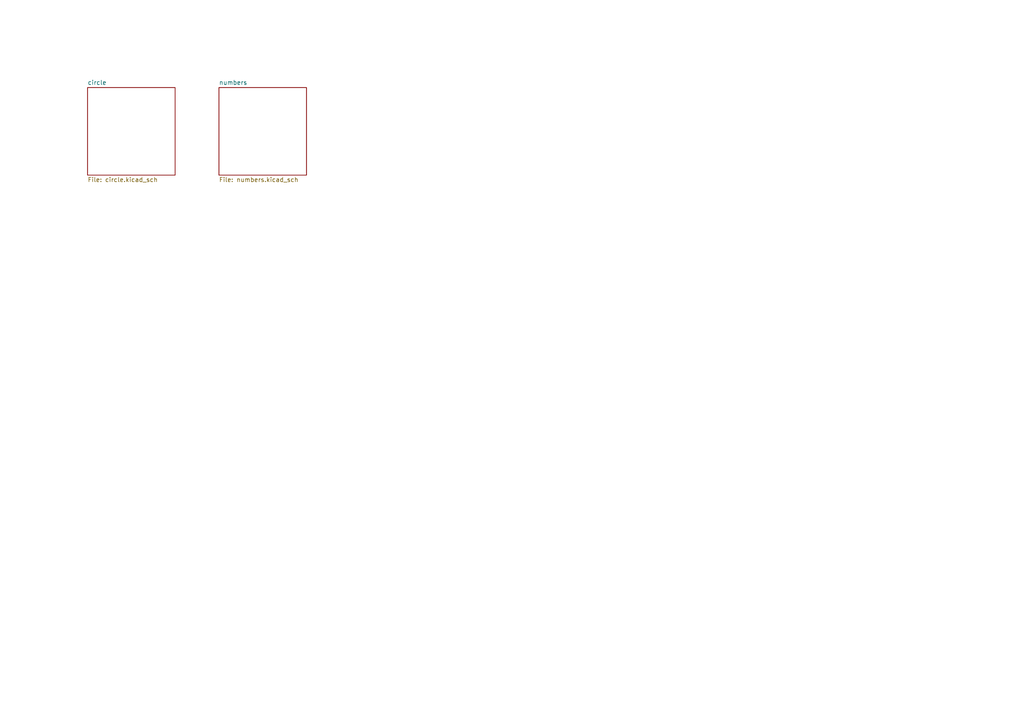
<source format=kicad_sch>
(kicad_sch
	(version 20231120)
	(generator "eeschema")
	(generator_version "8.0")
	(uuid "e85b04d1-86dc-4592-8fa6-31c82c7db3d2")
	(paper "A4")
	(lib_symbols)
	(sheet
		(at 63.5 25.4)
		(size 25.4 25.4)
		(fields_autoplaced yes)
		(stroke
			(width 0.1524)
			(type solid)
		)
		(fill
			(color 0 0 0 0.0000)
		)
		(uuid "9f9f9cd7-6ace-4a5d-a753-79c01a7ed240")
		(property "Sheetname" "numbers"
			(at 63.5 24.6884 0)
			(effects
				(font
					(size 1.27 1.27)
				)
				(justify left bottom)
			)
		)
		(property "Sheetfile" "numbers.kicad_sch"
			(at 63.5 51.3846 0)
			(effects
				(font
					(size 1.27 1.27)
				)
				(justify left top)
			)
		)
		(instances
			(project "ws2812_watches"
				(path "/e85b04d1-86dc-4592-8fa6-31c82c7db3d2"
					(page "3")
				)
			)
		)
	)
	(sheet
		(at 25.4 25.4)
		(size 25.4 25.4)
		(fields_autoplaced yes)
		(stroke
			(width 0.1524)
			(type solid)
		)
		(fill
			(color 0 0 0 0.0000)
		)
		(uuid "fed6b4c1-96e8-4e96-a841-049d17e10307")
		(property "Sheetname" "circle"
			(at 25.4 24.6884 0)
			(effects
				(font
					(size 1.27 1.27)
				)
				(justify left bottom)
			)
		)
		(property "Sheetfile" "circle.kicad_sch"
			(at 25.4 51.3846 0)
			(effects
				(font
					(size 1.27 1.27)
				)
				(justify left top)
			)
		)
		(instances
			(project "ws2812_watches"
				(path "/e85b04d1-86dc-4592-8fa6-31c82c7db3d2"
					(page "2")
				)
			)
		)
	)
	(sheet_instances
		(path "/"
			(page "1")
		)
	)
)

</source>
